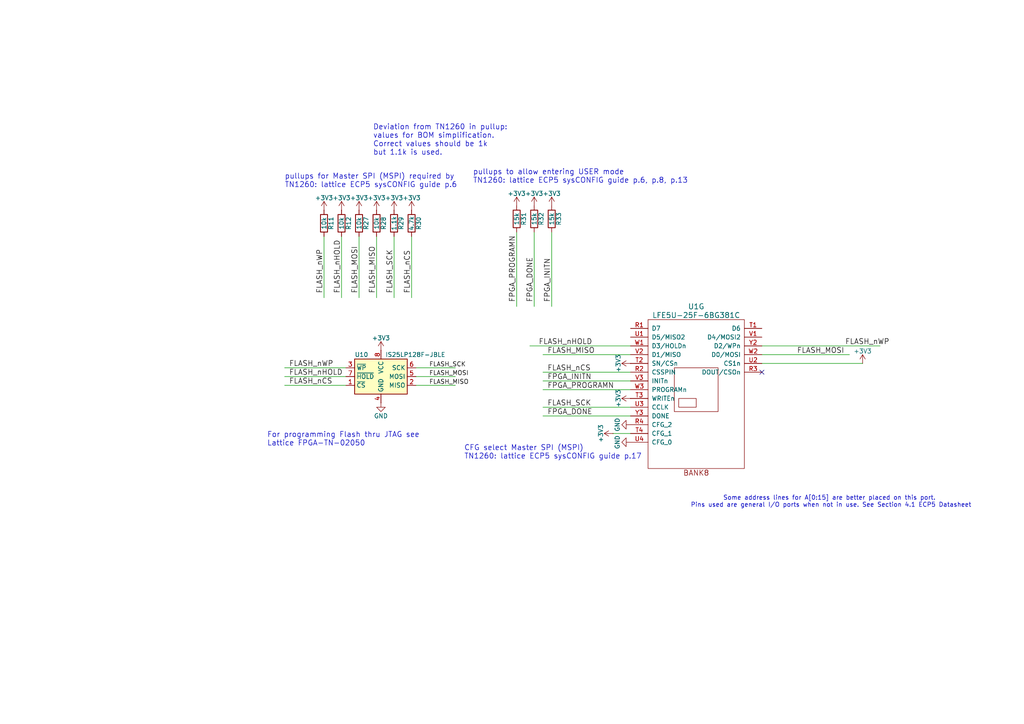
<source format=kicad_sch>
(kicad_sch (version 20250114) (generator "eeschema") (generator_version "9.0")
  (paper "A4")
  (title_block (title "FPGA Configuration - SPI Flash & Boot") (date "2025-11-30") (rev "1.0.0") (comment 2 "mode. PROGRAMN, DONE, and INITN signals for configuration control.") (comment 3 "pins. Pullups on all SPI lines per Lattice guidelines. CFG pins set for Master SPI boot") (comment 4 "IS25LP128F SPI flash for FPGA bitstream storage. Directly connected to ECP5 configuration"))
  (lib_symbols
    (symbol "Device:R" (pin_numbers (hide yes)) (pin_names (offset 0))
      (property "Reference" "R" (at 2.032 0 90))
      (property "Value" "R" (at 0 0 90))
      (symbol "R_0_1"
        (rectangle (start -1.016 -2.54) (end 1.016 2.54) (stroke (width 0.254)))
      )
      (symbol "R_1_1"
        (pin passive line (at 0 3.81 270) (length 1.27) (name "~") (number "1"))
        (pin passive line (at 0 -3.81 90) (length 1.27) (name "~") (number "2"))
      )
    )
    (symbol "Memory_EEPROM:25LCxxx"
      (property "Reference" "U" (at -7.62 6.35 0))
      (property "Value" "25LCxxx" (at 2.54 -6.35 0))
      (symbol "25LCxxx_1_1"
        (rectangle (start -7.62 5.08) (end 7.62 -5.08) (stroke (width 0.254)) (fill (type background)))
        (pin input line (at -10.16 2.54 0) (length 2.54) (name "~{WP}") (number "3"))
        (pin input line (at -10.16 0 0) (length 2.54) (name "~{HOLD}") (number "7"))
        (pin input line (at -10.16 -2.54 0) (length 2.54) (name "~{CS}") (number "1"))
        (pin power_in line (at 0 7.62 270) (length 2.54) (name "VCC") (number "8"))
        (pin power_in line (at 0 -7.62 90) (length 2.54) (name "GND") (number "4"))
        (pin input line (at 10.16 2.54 180) (length 2.54) (name "SCK") (number "6"))
        (pin input line (at 10.16 0 180) (length 2.54) (name "MOSI") (number "5"))
        (pin tri_state line (at 10.16 -2.54 180) (length 2.54) (name "MISO") (number "2"))
      )
    )
    (symbol "lfe5bg381:LFE5UM-85F-6BG381C" (pin_names (offset 1.016))
      (property "Reference" "U" (at 0 24.13 0))
      (property "Value" "LFE5UM-85F-6BG381C" (at 0 21.59 0))
      (symbol "LFE5UM-85F-6BG381C_1_1"
        (rectangle (start -13.97 20.32) (end 13.97 -17.78))
        (rectangle (start -6.35 6.35) (end 6.35 -6.35))
        (rectangle (start -5.08 5.08) (end 0 2.54))
        (text "BANK0" (at 0 -19.05 0) (effects (font (size 1.524 1.524))))
        (pin input line (at -19.05 17.78 0) (length 5.08) (name "PCLKT0_0") (number "B11"))
        (pin input line (at -19.05 15.24 0) (length 5.08) (name "PCLKT0_1") (number "A10"))
        (pin input line (at -19.05 12.7 0) (length 5.08) (name "GR_PCLK0_1") (number "A9"))
        (pin input line (at -19.05 10.16 0) (length 5.08) (name "PT58A") (number "B9"))
        (pin input line (at -19.05 7.62 0) (length 5.08) (name "PT20A") (number "D9"))
        (pin input line (at -19.05 5.08 0) (length 5.08) (name "PT18A") (number "A7"))
        (pin input line (at -19.05 2.54 0) (length 5.08) (name "PT15A") (number "C8"))
        (pin input line (at -19.05 0 0) (length 5.08) (name "PT13A") (number "E8"))
        (pin input line (at -19.05 -2.54 0) (length 5.08) (name "PT11A") (number "C6"))
        (pin input line (at -19.05 -5.08 0) (length 5.08) (name "PT9A") (number "E7"))
        (pin input line (at -19.05 -7.62 0) (length 5.08) (name "PT6A") (number "E6"))
        (pin input line (at -19.05 -10.16 0) (length 5.08) (name "PT4A") (number "A6"))
        (pin input line (at -19.05 -12.7 0) (length 5.08) (name "PT56A") (number "D10"))
        (pin input line (at -19.05 -15.24 0) (length 5.08) (name "PT54A") (number "C9"))
        (pin input line (at 19.05 17.78 180) (length 5.08) (name "PCLKC0_0") (number "C11"))
        (pin input line (at 19.05 15.24 180) (length 5.08) (name "PCLKC0_1") (number "A11"))
        (pin input line (at 19.05 12.7 180) (length 5.08) (name "GR_PCLK0_0") (number "B10"))
        (pin input line (at 19.05 10.16 180) (length 5.08) (name "PT58B") (number "C10"))
        (pin input line (at 19.05 7.62 180) (length 5.08) (name "PT20B") (number "E9"))
        (pin input line (at 19.05 5.08 180) (length 5.08) (name "PT18B") (number "A8"))
        (pin input line (at 19.05 2.54 180) (length 5.08) (name "PT15B") (number "B8"))
        (pin input line (at 19.05 0 180) (length 5.08) (name "PT13B") (number "D8"))
        (pin input line (at 19.05 -2.54 180) (length 5.08) (name "PT11B") (number "C7"))
        (pin input line (at 19.05 -5.08 180) (length 5.08) (name "PT9B") (number "D7"))
        (pin input line (at 19.05 -7.62 180) (length 5.08) (name "PT6B") (number "D6"))
        (pin input line (at 19.05 -10.16 180) (length 5.08) (name "PT4B") (number "B6"))
        (pin input line (at 19.05 -12.7 180) (length 5.08) (name "PT56B") (number "E10"))
      )
      (symbol "LFE5UM-85F-6BG381C_2_0"
        (text "BANK1" (at 0 -26.67 0) (effects (font (size 1.524 1.524))))
      )
      (symbol "LFE5UM-85F-6BG381C_2_1"
        (rectangle (start -13.97 20.32) (end 13.97 -25.4))
        (rectangle (start -6.35 6.35) (end 6.35 -6.35))
        (rectangle (start 0 5.08) (end 5.08 2.54))
        (pin input line (at -19.05 17.78 0) (length 5.08) (name "PT121A") (number "A19"))
        (pin input line (at -19.05 15.24 0) (length 5.08) (name "PT119A") (number "A18"))
        (pin input line (at -19.05 12.7 0) (length 5.08) (name "PT116A") (number "A17"))
        (pin input line (at -19.05 10.16 0) (length 5.08) (name "PT114A") (number "B17"))
        (pin input line (at -19.05 7.62 0) (length 5.08) (name "PT112A") (number "C16"))
        (pin input line (at -19.05 5.08 0) (length 5.08) (name "PT110A") (number "A16"))
        (pin input line (at -19.05 2.54 0) (length 5.08) (name "PT107A") (number "D15"))
        (pin input line (at -19.05 0 0) (length 5.08) (name "PT105A") (number "B15"))
        (pin input line (at -19.05 -2.54 0) (length 5.08) (name "PT85A") (number "D14"))
        (pin input line (at -19.05 -5.08 0) (length 5.08) (name "PT83A") (number "A14"))
        (pin input line (at -19.05 -7.62 0) (length 5.08) (name "PT80A") (number "D13"))
        (pin input line (at -19.05 -10.16 0) (length 5.08) (name "PT78A") (number "B13"))
        (pin input line (at -19.05 -12.7 0) (length 5.08) (name "PT76A") (number "A12"))
        (pin input line (at -19.05 -15.24 0) (length 5.08) (name "GR_PCLK1_0") (number "D12"))
        (pin input line (at -19.05 -17.78 0) (length 5.08) (name "PCLKT1_0") (number "B12"))
        (pin input line (at -19.05 -20.32 0) (length 5.08) (name "PCLKT1_1") (number "D11"))
        (pin input line (at -19.05 -22.86 0) (length 5.08) (name "PT103A") (number "A15"))
        (pin input line (at 19.05 17.78 180) (length 5.08) (name "PT121B") (number "B20"))
        (pin input line (at 19.05 15.24 180) (length 5.08) (name "PT119B") (number "B19"))
        (pin input line (at 19.05 12.7 180) (length 5.08) (name "PT116B") (number "B18"))
        (pin input line (at 19.05 10.16 180) (length 5.08) (name "PT114B") (number "C17"))
        (pin input line (at 19.05 7.62 180) (length 5.08) (name "PT112B") (number "D16"))
        (pin input line (at 19.05 5.08 180) (length 5.08) (name "PT110B") (number "B16"))
        (pin input line (at 19.05 2.54 180) (length 5.08) (name "PT107B") (number "E15"))
        (pin input line (at 19.05 0 180) (length 5.08) (name "PT105B") (number "C15"))
        (pin input line (at 19.05 -2.54 180) (length 5.08) (name "PT85B") (number "E14"))
        (pin input line (at 19.05 -5.08 180) (length 5.08) (name "PT83B") (number "C14"))
        (pin input line (at 19.05 -7.62 180) (length 5.08) (name "PT80B") (number "E13"))
        (pin input line (at 19.05 -10.16 180) (length 5.08) (name "PT78B") (number "C13"))
        (pin input line (at 19.05 -12.7 180) (length 5.08) (name "PT76B") (number "A13"))
        (pin input line (at 19.05 -15.24 180) (length 5.08) (name "GR_PCLK1_1") (number "E12"))
        (pin input line (at 19.05 -17.78 180) (length 5.08) (name "PCLKC1_0") (number "C12"))
        (pin input line (at 19.05 -20.32 180) (length 5.08) (name "PCLKC1_1") (number "E11"))
      )
      (symbol "LFE5UM-85F-6BG381C_3_0"
        (text "BANK2" (at 0 -26.67 0) (effects (font (size 1.524 1.524))))
      )
      (symbol "LFE5UM-85F-6BG381C_3_1"
        (rectangle (start -13.97 20.32) (end 13.97 -25.4))
        (rectangle (start -6.35 6.35) (end 6.35 -6.35))
        (rectangle (start 5.08 5.08) (end 2.54 0))
        (pin input line (at -19.05 17.78 0) (length 5.08) (name "PCLKT2_0") (number "J20"))
        (pin input line (at -19.05 15.24 0) (length 5.08) (name "PCLKT2_1") (number "J19"))
        (pin input line (at -19.05 12.7 0) (length 5.08) (name "GR_PCLK2_0") (number "J18"))
        (pin input line (at -19.05 10.16 0) (length 5.08) (name "GR_PCLK2_1") (number "G19"))
        (pin input line (at -19.05 7.62 0) (length 5.08) (name "PR38C") (number "F20"))
        (pin input line (at -19.05 5.08 0) (length 5.08) (name "PR38A") (number "E20"))
        (pin input line (at -19.05 2.54 0) (length 5.08) (name "VREF1_2") (number "D20"))
        (pin input line (at -19.05 0 0) (length 5.08) (name "PR35A") (number "C20"))
        (pin input line (at -19.05 -2.54 0) (length 5.08) (name "PR20C") (number "J17"))
        (pin input line (at -19.05 -5.08 0) (length 5.08) (name "PR20A") (number "H18"))
        (pin input line (at -19.05 -7.62 0) (length 5.08) (name "PR17C") (number "G16"))
        (pin input line (at -19.05 -10.16 0) (length 5.08) (name "PR17A") (number "F17"))
        (pin input line (at -19.05 -12.7 0) (length 5.08) (name "PR14C") (number "E18"))
        (pin input line (at -19.05 -15.24 0) (length 5.08) (name "PR14A") (number "D18"))
        (pin input line (at -19.05 -17.78 0) (length 5.08) (name "PR11C") (number "E16"))
        (pin input line (at -19.05 -20.32 0) (length 5.08) (name "PR11A") (number "C18"))
        (pin input line (at -19.05 -22.86 0) (length 5.08) (name "PR29A") (number "K16"))
        (pin input line (at 19.05 17.78 180) (length 5.08) (name "PCLKC2_0") (number "K20"))
        (pin input line (at 19.05 15.24 180) (length 5.08) (name "PCLKC2_1") (number "K19"))
        (pin input line (at 19.05 12.7 180) (length 5.08) (name "PR41D") (number "K18"))
        (pin input line (at 19.05 10.16 180) (length 5.08) (name "PR41B") (number "H20"))
        (pin input line (at 19.05 7.62 180) (length 5.08) (name "PR38D") (number "G20"))
        (pin input line (at 19.05 5.08 180) (length 5.08) (name "PR38B") (number "F19"))
        (pin input line (at 19.05 2.54 180) (length 5.08) (name "PR35D") (number "E19"))
        (pin input line (at 19.05 0 180) (length 5.08) (name "PR35B") (number "D19"))
        (pin input line (at 19.05 -2.54 180) (length 5.08) (name "PR20D") (number "J16"))
        (pin input line (at 19.05 -5.08 180) (length 5.08) (name "PR20B") (number "H17"))
        (pin input line (at 19.05 -7.62 180) (length 5.08) (name "PR17D") (number "H16"))
        (pin input line (at 19.05 -10.16 180) (length 5.08) (name "PR17B") (number "G18"))
        (pin input line (at 19.05 -12.7 180) (length 5.08) (name "PR14D") (number "F18"))
        (pin input line (at 19.05 -15.24 180) (length 5.08) (name "PR14B") (number "E17"))
        (pin input line (at 19.05 -17.78 180) (length 5.08) (name "PR11D") (number "F16"))
        (pin input line (at 19.05 -20.32 180) (length 5.08) (name "PR11B") (number "D17"))
        (pin input line (at 19.05 -22.86 180) (length 5.08) (name "PR29B") (number "K17"))
      )
      (symbol "LFE5UM-85F-6BG381C_4_0"
        (text "BANK3" (at 0 -26.67 0) (effects (font (size 1.524 1.524))))
      )
      (symbol "LFE5UM-85F-6BG381C_4_1"
        (rectangle (start -13.97 20.32) (end 13.97 -25.4))
        (rectangle (start -6.35 6.35) (end 6.35 -6.35))
        (rectangle (start 2.54 0) (end 5.08 -5.08))
        (pin input line (at -19.05 17.78 0) (length 5.08) (name "GPLL0T_IN") (number "U16"))
        (pin input line (at -19.05 15.24 0) (length 5.08) (name "PR92A") (number "U18"))
        (pin input line (at -19.05 12.7 0) (length 5.08) (name "PR89C") (number "U19"))
        (pin input line (at -19.05 10.16 0) (length 5.08) (name "PR89A") (number "T19"))
        (pin input line (at -19.05 7.62 0) (length 5.08) (name "PR86C") (number "T20"))
        (pin input line (at -19.05 5.08 0) (length 5.08) (name "PR86A") (number "P20"))
        (pin input line (at -19.05 2.54 0) (length 5.08) (name "PR83C") (number "P19"))
        (pin input line (at -19.05 0 0) (length 5.08) (name "PR83A") (number "N19"))
        (pin input line (at -19.05 -2.54 0) (length 5.08) (name "PR56C") (number "R16"))
        (pin input line (at -19.05 -5.08 0) (length 5.08) (name "PR56A") (number "N17"))
        (pin input line (at -19.05 -7.62 0) (length 5.08) (name "PR53C") (number "N18"))
        (pin input line (at -19.05 -10.16 0) (length 5.08) (name "PR53A") (number "N16"))
        (pin input line (at -19.05 -12.7 0) (length 5.08) (name "GR_PCLK3_1") (number "L18"))
        (pin input line (at -19.05 -15.24 0) (length 5.08) (name "GR_PCLK3_0") (number "L16"))
        (pin input line (at -19.05 -17.78 0) (length 5.08) (name "PCLKT3_0") (number "L19"))
        (pin input line (at -19.05 -20.32 0) (length 5.08) (name "PCLKT3_1") (number "L20"))
        (pin input line (at -19.05 -22.86 0) (length 5.08) (name "PR77A") (number "T16"))
        (pin input line (at 19.05 17.78 180) (length 5.08) (name "GPLL0C_IN") (number "T17"))
        (pin input line (at 19.05 15.24 180) (length 5.08) (name "PR92B") (number "U17"))
        (pin input line (at 19.05 12.7 180) (length 5.08) (name "PR89D") (number "T18"))
        (pin input line (at 19.05 10.16 180) (length 5.08) (name "PR89B") (number "R18"))
        (pin input line (at 19.05 7.62 180) (length 5.08) (name "PR86D") (number "U20"))
        (pin input line (at 19.05 5.08 180) (length 5.08) (name "PR86B") (number "R20"))
        (pin input line (at 19.05 2.54 180) (length 5.08) (name "PR83D") (number "P18"))
        (pin input line (at 19.05 0 180) (length 5.08) (name "PR83B") (number "N20"))
        (pin input line (at 19.05 -2.54 180) (length 5.08) (name "PR56D") (number "R17"))
        (pin input line (at 19.05 -5.08 180) (length 5.08) (name "VREF1_3") (number "P16"))
        (pin input line (at 19.05 -7.62 180) (length 5.08) (name "PR53D") (number "P17"))
        (pin input line (at 19.05 -10.16 180) (length 5.08) (name "PR53B") (number "M17"))
        (pin input line (at 19.05 -12.7 180) (length 5.08) (name "PR50D") (number "M18"))
        (pin input line (at 19.05 -15.24 180) (length 5.08) (name "PR50B") (number "L17"))
        (pin input line (at 19.05 -17.78 180) (length 5.08) (name "PCLKC3_0") (number "M19"))
        (pin input line (at 19.05 -20.32 180) (length 5.08) (name "PCLKC3_1") (number "M20"))
      )
      (symbol "LFE5UM-85F-6BG381C_5_0"
        (text "BANK6" (at 0 -26.67 0) (effects (font (size 1.524 1.524))))
      )
      (symbol "LFE5UM-85F-6BG381C_5_1"
        (rectangle (start -13.97 20.32) (end 13.97 -25.4))
        (rectangle (start -6.35 6.35) (end 6.35 -6.35))
        (rectangle (start -5.08 0) (end -2.54 -5.08))
        (pin input line (at -19.05 17.78 0) (length 5.08) (name "PCLKT6_0") (number "H2"))
        (pin input line (at -19.05 15.24 0) (length 5.08) (name "PCLKT6_1") (number "G2"))
        (pin input line (at -19.05 12.7 0) (length 5.08) (name "GR_PCLK6_1") (number "J3"))
        (pin input line (at -19.05 10.16 0) (length 5.08) (name "GR_PCLK6_0") (number "J4"))
        (pin input line (at -19.05 7.62 0) (length 5.08) (name "PL53C") (number "H1"))
        (pin input line (at -19.05 5.08 0) (length 5.08) (name "PL53A") (number "K2"))
        (pin input line (at -19.05 2.54 0) (length 5.08) (name "PL56C") (number "L4"))
        (pin input line (at -19.05 0 0) (length 5.08) (name "PL56A") (number "K4"))
        (pin input line (at -19.05 -2.54 0) (length 5.08) (name "PL83C") (number "N4"))
        (pin input line (at -19.05 -5.08 0) (length 5.08) (name "PL83A") (number "M4"))
        (pin input line (at -19.05 -7.62 0) (length 5.08) (name "PL86C") (number "L3"))
        (pin input line (at -19.05 -10.16 0) (length 5.08) (name "PL86A") (number "N3"))
        (pin input line (at -19.05 -12.7 0) (length 5.08) (name "PL65C") (number "L1"))
        (pin input line (at -19.05 -15.24 0) (length 5.08) (name "PL65A") (number "N2"))
        (pin input line (at -19.05 -17.78 0) (length 5.08) (name "GPLL0T_IN") (number "P3"))
        (pin input line (at -19.05 -20.32 0) (length 5.08) (name "PL92A") (number "P1"))
        (pin input line (at -19.05 -22.86 0) (length 5.08) (name "PL77A") (number "M5"))
        (pin input line (at 19.05 17.78 180) (length 5.08) (name "PCLKC6_0") (number "G1"))
        (pin input line (at 19.05 15.24 180) (length 5.08) (name "PCLKC6_1") (number "F1"))
        (pin input line (at 19.05 12.7 180) (length 5.08) (name "PL50D") (number "K3"))
        (pin input line (at 19.05 10.16 180) (length 5.08) (name "PL50B") (number "J5"))
        (pin input line (at 19.05 7.62 180) (length 5.08) (name "PL53D") (number "K1"))
        (pin input line (at 19.05 5.08 180) (length 5.08) (name "PL53B") (number "J1"))
        (pin input line (at 19.05 2.54 180) (length 5.08) (name "PL56D") (number "L5"))
        (pin input line (at 19.05 0 180) (length 5.08) (name "VREF1_6") (number "K5"))
        (pin input line (at 19.05 -2.54 180) (length 5.08) (name "PL83D") (number "P5"))
        (pin input line (at 19.05 -5.08 180) (length 5.08) (name "PL83B") (number "N5"))
        (pin input line (at 19.05 -7.62 180) (length 5.08) (name "PL86D") (number "L2"))
        (pin input line (at 19.05 -10.16 180) (length 5.08) (name "PL86B") (number "M3"))
        (pin input line (at 19.05 -12.7 180) (length 5.08) (name "PL89D") (number "N1"))
        (pin input line (at 19.05 -15.24 180) (length 5.08) (name "PL89B") (number "M1"))
        (pin input line (at 19.05 -17.78 180) (length 5.08) (name "GPLL0C_IN") (number "P4"))
        (pin input line (at 19.05 -20.32 180) (length 5.08) (name "PL92B") (number "P2"))
      )
      (symbol "LFE5UM-85F-6BG381C_6_0"
        (text "BANK7" (at 0 -24.13 0) (effects (font (size 1.524 1.524))))
      )
      (symbol "LFE5UM-85F-6BG381C_6_1"
        (rectangle (start -13.97 20.32) (end 13.97 -22.86))
        (rectangle (start -6.35 6.35) (end 6.35 -6.35))
        (rectangle (start -5.08 5.08) (end -2.54 0))
        (pin input line (at -19.05 17.78 0) (length 5.08) (name "PL11C") (number "B5"))
        (pin input line (at -19.05 15.24 0) (length 5.08) (name "PL11A") (number "A4"))
        (pin input line (at -19.05 12.7 0) (length 5.08) (name "PL14C") (number "A3"))
        (pin input line (at -19.05 10.16 0) (length 5.08) (name "PL14A") (number "C4"))
        (pin input line (at -19.05 7.62 0) (length 5.08) (name "PL17C") (number "C3"))
        (pin input line (at -19.05 5.08 0) (length 5.08) (name "PL17A") (number "E4"))
        (pin input line (at -19.05 2.54 0) (length 5.08) (name "PL20C") (number "E5"))
        (pin input line (at -19.05 0 0) (length 5.08) (name "PL20A") (number "F4"))
        (pin input line (at -19.05 -2.54 0) (length 5.08) (name "VREF1_7") (number "B2"))
        (pin input line (at -19.05 -5.08 0) (length 5.08) (name "PL35A") (number "A2"))
        (pin input line (at -19.05 -7.62 0) (length 5.08) (name "PL38C") (number "D2"))
        (pin input line (at -19.05 -10.16 0) (length 5.08) (name "PL38A") (number "C1"))
        (pin input line (at -19.05 -12.7 0) (length 5.08) (name "GR_PCLK7_0") (number "H5"))
        (pin input line (at -19.05 -15.24 0) (length 5.08) (name "GR_PCLK7_1") (number "H4"))
        (pin input line (at -19.05 -17.78 0) (length 5.08) (name "PCLKT7_0") (number "F2"))
        (pin input line (at -19.05 -20.32 0) (length 5.08) (name "PCLKT7_1") (number "G3"))
        (pin input line (at 19.05 17.78 180) (length 5.08) (name "PL11D") (number "C5"))
        (pin input line (at 19.05 15.24 180) (length 5.08) (name "PL11B") (number "A5"))
        (pin input line (at 19.05 12.7 180) (length 5.08) (name "PL14D") (number "B3"))
        (pin input line (at 19.05 10.16 180) (length 5.08) (name "PL14B") (number "B4"))
        (pin input line (at 19.05 7.62 180) (length 5.08) (name "PL17D") (number "D3"))
        (pin input line (at 19.05 5.08 180) (length 5.08) (name "PL17B") (number "D5"))
        (pin input line (at 19.05 2.54 180) (length 5.08) (name "PL20D") (number "F5"))
        (pin input line (at 19.05 0 180) (length 5.08) (name "PL20B") (number "E3"))
        (pin input line (at 19.05 -2.54 180) (length 5.08) (name "PL35D") (number "C2"))
        (pin input line (at 19.05 -5.08 180) (length 5.08) (name "PL35B") (number "B1"))
        (pin input line (at 19.05 -7.62 180) (length 5.08) (name "PL38D") (number "E1"))
        (pin input line (at 19.05 -10.16 180) (length 5.08) (name "PL38B") (number "D1"))
        (pin input line (at 19.05 -12.7 180) (length 5.08) (name "PL41D") (number "H3"))
        (pin input line (at 19.05 -15.24 180) (length 5.08) (name "PL41B") (number "G5"))
        (pin input line (at 19.05 -17.78 180) (length 5.08) (name "PCLKC7_0") (number "E2"))
        (pin input line (at 19.05 -20.32 180) (length 5.08) (name "PCLKC7_1") (number "F3"))
      )
      (symbol "LFE5UM-85F-6BG381C_7_0"
        (text "BANK8" (at 0 -24.13 0) (effects (font (size 1.524 1.524))))
      )
      (symbol "LFE5UM-85F-6BG381C_7_1"
        (rectangle (start -13.97 20.32) (end 13.97 -22.86))
        (rectangle (start -6.35 6.35) (end 6.35 -6.35))
        (rectangle (start -5.08 -5.08) (end 0 -2.54))
        (pin input line (at -19.05 17.78 0) (length 5.08) (name "D7") (number "R1"))
        (pin input line (at -19.05 15.24 0) (length 5.08) (name "D5/MISO2") (number "U1"))
        (pin input line (at -19.05 12.7 0) (length 5.08) (name "D3/HOLDn") (number "W1"))
        (pin input line (at -19.05 10.16 0) (length 5.08) (name "D1/MISO") (number "V2"))
        (pin input line (at -19.05 7.62 0) (length 5.08) (name "SN/CSn") (number "T2"))
        (pin input line (at -19.05 5.08 0) (length 5.08) (name "CSSPIN") (number "R2"))
        (pin input line (at -19.05 2.54 0) (length 5.08) (name "INITn") (number "V3"))
        (pin input line (at -19.05 0 0) (length 5.08) (name "PROGRAMn") (number "W3"))
        (pin input line (at -19.05 -2.54 0) (length 5.08) (name "WRITEn") (number "T3"))
        (pin input line (at -19.05 -5.08 0) (length 5.08) (name "CCLK") (number "U3"))
        (pin input line (at -19.05 -7.62 0) (length 5.08) (name "DONE") (number "Y3"))
        (pin input line (at -19.05 -10.16 0) (length 5.08) (name "CFG_2") (number "R4"))
        (pin input line (at -19.05 -12.7 0) (length 5.08) (name "CFG_1") (number "T4"))
        (pin input line (at -19.05 -15.24 0) (length 5.08) (name "CFG_0") (number "U4"))
        (pin input line (at 19.05 17.78 180) (length 5.08) (name "D6") (number "T1"))
        (pin input line (at 19.05 15.24 180) (length 5.08) (name "D4/MOSI2") (number "V1"))
        (pin input line (at 19.05 12.7 180) (length 5.08) (name "D2/WPn") (number "Y2"))
        (pin input line (at 19.05 10.16 180) (length 5.08) (name "D0/MOSI") (number "W2"))
        (pin input line (at 19.05 7.62 180) (length 5.08) (name "CS1n") (number "U2"))
        (pin input line (at 19.05 5.08 180) (length 5.08) (name "DOUT/CSOn") (number "R3"))
      )
      (symbol "LFE5UM-85F-6BG381C_8_0"
        (text "BANK50,51" (at 0 -27.94 0) (effects (font (size 1.524 1.524))))
        (text "SERDES" (at 0 -30.48 0) (effects (font (size 1.524 1.524))))
      )
      (symbol "LFE5UM-85F-6BG381C_8_1"
        (rectangle (start -16.51 25.4) (end 16.51 -26.67))
        (rectangle (start -6.35 6.35) (end 6.35 -6.35))
        (rectangle (start 3.81 -5.08) (end -3.81 -3.81))
        (pin input line (at -21.59 22.86 0) (length 5.08) (name "REFCLKP_D0") (number "Y11"))
        (pin input line (at -21.59 20.32 0) (length 5.08) (name "HDTXP0_D0CH0") (number "W4"))
        (pin input line (at -21.59 17.78 0) (length 5.08) (name "HDRXP0_D0CH0") (number "Y5"))
        (pin input line (at -21.59 15.24 0) (length 5.08) (name "HDTXP0_D0CH1") (number "W8"))
        (pin input line (at -21.59 12.7 0) (length 5.08) (name "HDRXP0_D0CH1") (number "Y7"))
        (pin input line (at -21.59 8.89 0) (length 5.08) (name "VCCHTX0_D0CH0") (number "T7"))
        (pin input line (at -21.59 6.35 0) (length 5.08) (name "VCCHRX0_D0CH0") (number "T8"))
        (pin input line (at -21.59 3.81 0) (length 5.08) (name "VCCA0") (number "T6"))
        (pin input line (at -21.59 1.27 0) (length 5.08) (name "VCCA0") (number "U6"))
        (pin input line (at -21.59 -2.54 0) (length 5.08) (name "VCCA1") (number "T15"))
        (pin input line (at -21.59 -5.08 0) (length 5.08) (name "VCCA1") (number "U15"))
        (pin input line (at -21.59 -7.62 0) (length 5.08) (name "VCCHTX0_D1CH0") (number "T11"))
        (pin input line (at -21.59 -10.16 0) (length 5.08) (name "VCCHRX0_D1CH0") (number "T12"))
        (pin input line (at -21.59 -13.97 0) (length 5.08) (name "REFCLKP_D1") (number "Y19"))
        (pin input line (at -21.59 -16.51 0) (length 5.08) (name "HDTXP0_D1CH0") (number "W13"))
        (pin input line (at -21.59 -19.05 0) (length 5.08) (name "HDRXP0_D1CH0") (number "Y14"))
        (pin input line (at -21.59 -21.59 0) (length 5.08) (name "HDTXP0_D1CH1") (number "W17"))
        (pin input line (at -21.59 -24.13 0) (length 5.08) (name "HDRXP0_D1CH1") (number "Y16"))
        (pin input line (at 21.59 22.86 180) (length 5.08) (name "REFCLKN_D0") (number "Y12"))
        (pin input line (at 21.59 20.32 180) (length 5.08) (name "HDTXN0_D0CH0") (number "W5"))
        (pin input line (at 21.59 17.78 180) (length 5.08) (name "HDRXN0_D0CH0") (number "Y6"))
        (pin input line (at 21.59 15.24 180) (length 5.08) (name "HDTXN0_D0CH1") (number "W9"))
        (pin input line (at 21.59 12.7 180) (length 5.08) (name "HDRXN0_D0CH1") (number "Y8"))
        (pin input line (at 21.59 8.89 180) (length 5.08) (name "VCCHTX0_D0CH1") (number "T10"))
        (pin input line (at 21.59 6.35 180) (length 5.08) (name "VCCHRX0_D0CH1") (number "T9"))
        (pin input line (at 21.59 3.81 180) (length 5.08) (name "VCCAUXA0") (number "V10"))
        (pin input line (at 21.59 1.27 180) (length 5.08) (name "VCCAUXA0") (number "V11"))
        (pin input line (at 21.59 -2.54 180) (length 5.08) (name "VCCAUXA1") (number "V17"))
        (pin input line (at 21.59 -5.08 180) (length 5.08) (name "VCCAUXA1") (number "V18"))
        (pin input line (at 21.59 -7.62 180) (length 5.08) (name "VCCHTX0_D1CH1") (number "T14"))
        (pin input line (at 21.59 -10.16 180) (length 5.08) (name "VCCHRX0_D1CH1") (number "T13"))
        (pin input line (at 21.59 -13.97 180) (length 5.08) (name "REFCLKN_D1") (number "W20"))
        (pin input line (at 21.59 -16.51 180) (length 5.08) (name "HDTXN0_D1CH0") (number "W14"))
        (pin input line (at 21.59 -19.05 180) (length 5.08) (name "HDRXN0_D1CH0") (number "Y15"))
        (pin input line (at 21.59 -21.59 180) (length 5.08) (name "HDTXN0_D1CH1") (number "W18"))
        (pin input line (at 21.59 -24.13 180) (length 5.08) (name "HDRXN0_D1CH1") (number "Y17"))
      )
      (symbol "LFE5UM-85F-6BG381C_9_1"
        (rectangle (start -109.22 11.43) (end 118.11 -12.7))
        (rectangle (start -6.35 6.35) (end 6.35 -6.35))
        (rectangle (start -2.54 2.54) (end 2.54 -2.54))
        (text "POWER" (at 0 3.81 0) (effects (font (size 1.524 1.524))))
        (pin input line (at -106.68 16.51 270) (length 5.08) (name "VCC") (number "H13"))
        (pin input line (at -104.14 16.51 270) (length 5.08) (name "VCC") (number "J13"))
        (pin input line (at -101.6 16.51 270) (length 5.08) (name "VCC") (number "K13"))
        (pin input line (at -99.06 16.51 270) (length 5.08) (name "VCC") (number "L13"))
        (pin input line (at -97.79 -17.78 90) (length 5.08) (name "GND") (number "C19"))
        (pin input line (at -96.52 16.51 270) (length 5.08) (name "VCC") (number "M13"))
        (pin input line (at -95.25 -17.78 90) (length 5.08) (name "GND") (number "H19"))
        (pin input line (at -93.98 16.51 270) (length 5.08) (name "VCC") (number "N13"))
        (pin input line (at -92.71 -17.78 90) (length 5.08) (name "GND") (number "R19"))
        (pin input line (at -91.44 16.51 270) (length 5.08) (name "VCC") (number "H12"))
        (pin input line (at -90.17 -17.78 90) (length 5.08) (name "GND") (number "G17"))
        (pin input line (at -88.9 16.51 270) (length 5.08) (name "VCC") (number "N12"))
        (pin input line (at -87.63 -17.78 90) (length 5.08) (name "GND") (number "M16"))
        (pin input line (at -86.36 16.51 270) (length 5.08) (name "VCC") (number "H11"))
        (pin input line (at -85.09 -17.78 90) (length 5.08) (name "GND") (number "G15"))
        (pin input line (at -83.82 16.51 270) (length 5.08) (name "VCC") (number "N11"))
        (pin input line (at -82.55 -17.78 90) (length 5.08) (name "GND") (number "K15"))
        (pin input line (at -81.28 16.51 270) (length 5.08) (name "VCC") (number "H10"))
        (pin input line (at -80.01 -17.78 90) (length 5.08) (name "GND") (number "N15"))
        (pin input line (at -78.74 16.51 270) (length 5.08) (name "VCC") (number "N10"))
        (pin input line (at -77.47 -17.78 90) (length 5.08) (name "GND") (number "B14"))
        (pin input line (at -76.2 16.51 270) (length 5.08) (name "VCC") (number "H9"))
        (pin input line (at -74.93 -17.78 90) (length 5.08) (name "GND") (number "F14"))
        (pin input line (at -73.66 16.51 270) (length 5.08) (name "VCC") (number "N9"))
        (pin input line (at -72.39 -17.78 90) (length 5.08) (name "GND") (number "G14"))
        (pin input line (at -71.12 16.51 270) (length 5.08) (name "VCC") (number "H8"))
        (pin input line (at -69.85 -17.78 90) (length 5.08) (name "GND") (number "J14"))
        (pin input line (at -68.58 16.51 270) (length 5.08) (name "VCC") (number "J8"))
        (pin input line (at -67.31 -17.78 90) (length 5.08) (name "GND") (number "K14"))
        (pin input line (at -66.04 16.51 270) (length 5.08) (name "VCC") (number "K8"))
        (pin input line (at -64.77 -17.78 90) (length 5.08) (name "GND") (number "M14"))
        (pin input line (at -63.5 16.51 270) (length 5.08) (name "VCC") (number "L8"))
        (pin input line (at -62.23 -17.78 90) (length 5.08) (name "GND") (number "N14"))
        (pin input line (at -60.96 16.51 270) (length 5.08) (name "VCC") (number "M8"))
        (pin input line (at -59.69 -17.78 90) (length 5.08) (name "GND") (number "P14"))
        (pin input line (at -58.42 16.51 270) (length 5.08) (name "VCC") (number "N8"))
        (pin input line (at -57.15 -17.78 90) (length 5.08) (name "GND") (number "F13"))
        (pin input line (at -54.61 -17.78 90) (length 5.08) (name "GND") (number "G13"))
        (pin input line (at -53.34 16.51 270) (length 5.08) (name "VCCAUX") (number "F15"))
        (pin input line (at -52.07 -17.78 90) (length 5.08) (name "GND") (number "P13"))
        (pin input line (at -50.8 16.51 270) (length 5.08) (name "VCCAUX") (number "P15"))
        (pin input line (at -49.53 -17.78 90) (length 5.08) (name "GND") (number "G12"))
        (pin input line (at -48.26 16.51 270) (length 5.08) (name "VCCAUX") (number "F6"))
        (pin input line (at -46.99 -17.78 90) (length 5.08) (name "GND") (number "J12"))
        (pin input line (at -45.72 16.51 270) (length 5.08) (name "VCCAUX") (number "P6"))
        (pin input line (at -44.45 -17.78 90) (length 5.08) (name "GND") (number "K12"))
        (pin input line (at -41.91 -17.78 90) (length 5.08) (name "GND") (number "L12"))
        (pin input line (at -40.64 16.51 270) (length 5.08) (name "VCCio0") (number "F10"))
        (pin input line (at -39.37 -17.78 90) (length 5.08) (name "GND") (number "M12"))
        (pin input line (at -38.1 16.51 270) (length 5.08) (name "VCCio0") (number "F9"))
        (pin input line (at -36.83 -17.78 90) (length 5.08) (name "GND") (number "P12"))
        (pin input line (at -34.29 -17.78 90) (length 5.08) (name "GND") (number "G11"))
        (pin input line (at -33.02 16.51 270) (length 5.08) (name "VCCio1") (number "F12"))
        (pin input line (at -31.75 -17.78 90) (length 5.08) (name "GND") (number "J11"))
        (pin input line (at -30.48 16.51 270) (length 5.08) (name "VCCio1") (number "F11"))
        (pin input line (at -29.21 -17.78 90) (length 5.08) (name "GND") (number "K11"))
        (pin input line (at -26.67 -17.78 90) (length 5.08) (name "GND") (number "L11"))
        (pin input line (at -25.4 16.51 270) (length 5.08) (name "VCCio2") (number "H15"))
        (pin input line (at -24.13 -17.78 90) (length 5.08) (name "GND") (number "M11"))
        (pin input line (at -22.86 16.51 270) (length 5.08) (name "VCCio2") (number "J15"))
        (pin input line (at -21.59 -17.78 90) (length 5.08) (name "GND") (number "P11"))
        (pin input line (at -20.32 16.51 270) (length 5.08) (name "VCCio2") (number "H14"))
        (pin input line (at -19.05 -17.78 90) (length 5.08) (name "GND") (number "G10"))
        (pin input line (at -16.51 -17.78 90) (length 5.08) (name "GND") (number "J10"))
        (pin input line (at -15.24 16.51 270) (length 5.08) (name "VCCio3") (number "L15"))
        (pin input line (at -13.97 -17.78 90) (length 5.08) (name "GND") (number "K10"))
        (pin input line (at -12.7 16.51 270) (length 5.08) (name "VCCio3") (number "M15"))
        (pin input line (at -11.43 -17.78 90) (length 5.08) (name "GND") (number "L10"))
        (pin input line (at -10.16 16.51 270) (length 5.08) (name "VCCio3") (number "L14"))
        (pin input line (at -8.89 -17.78 90) (length 5.08) (name "GND") (number "M10"))
        (pin input line (at -6.35 -17.78 90) (length 5.08) (name "GND") (number "G9"))
        (pin input line (at -3.81 -17.78 90) (length 5.08) (name "GND") (number "J9"))
        (pin input line (at -1.27 -17.78 90) (length 5.08) (name "GND") (number "K9"))
        (pin input line (at 1.27 -17.78 90) (length 5.08) (name "GND") (number "L9"))
        (pin input line (at 3.81 -17.78 90) (length 5.08) (name "GND") (number "M9"))
        (pin input line (at 6.35 -17.78 90) (length 5.08) (name "GND") (number "F8"))
        (pin input line (at 8.89 -17.78 90) (length 5.08) (name "GND") (number "G8"))
        (pin input line (at 11.43 -17.78 90) (length 5.08) (name "GND") (number "P8"))
        (pin input line (at 13.97 -17.78 90) (length 5.08) (name "GND") (number "B7"))
        (pin input line (at 16.51 16.51 270) (length 5.08) (name "VCCio6") (number "L7"))
        (pin input line (at 16.51 -17.78 90) (length 5.08) (name "GND") (number "F7"))
        (pin input line (at 19.05 16.51 270) (length 5.08) (name "VCCio6") (number "L6"))
        (pin input line (at 19.05 -17.78 90) (length 5.08) (name "GND") (number "G7"))
        (pin input line (at 21.59 16.51 270) (length 5.08) (name "VCCio6") (number "M6"))
        (pin input line (at 21.59 -17.78 90) (length 5.08) (name "GND") (number "J7"))
        (pin input line (at 24.13 -17.78 90) (length 5.08) (name "GND") (number "K7"))
        (pin input line (at 26.67 16.51 270) (length 5.08) (name "VCCio7") (number "H7"))
        (pin input line (at 26.67 -17.78 90) (length 5.08) (name "GND") (number "M7"))
        (pin input line (at 29.21 16.51 270) (length 5.08) (name "VCCio7") (number "H6"))
        (pin input line (at 29.21 -17.78 90) (length 5.08) (name "GND") (number "N7"))
        (pin input line (at 31.75 16.51 270) (length 5.08) (name "VCCio7") (number "J6"))
        (pin input line (at 31.75 -17.78 90) (length 5.08) (name "GND") (number "P7"))
        (pin input line (at 34.29 -17.78 90) (length 5.08) (name "GND") (number "G6"))
        (pin input line (at 36.83 16.51 270) (length 5.08) (name "VCCio8") (number "P10"))
        (pin input line (at 36.83 -17.78 90) (length 5.08) (name "GND") (number "K6"))
        (pin input line (at 39.37 16.51 270) (length 5.08) (name "VCCio8") (number "P9"))
        (pin input line (at 39.37 -17.78 90) (length 5.08) (name "GND") (number "N6"))
        (pin input line (at 41.91 -17.78 90) (length 5.08) (name "GND") (number "D4"))
        (pin input line (at 44.45 -17.78 90) (length 5.08) (name "GND") (number "G4"))
        (pin input line (at 46.99 -17.78 90) (length 5.08) (name "GND") (number "J2"))
        (pin input line (at 49.53 -17.78 90) (length 5.08) (name "GND") (number "M2"))
        (pin input line (at 52.07 -17.78 90) (length 5.08) (name "GND") (number "V7"))
        (pin input line (at 54.61 -17.78 90) (length 5.08) (name "GND") (number "V8"))
        (pin input line (at 57.15 -17.78 90) (length 5.08) (name "GND") (number "V9"))
        (pin input line (at 59.69 -17.78 90) (length 5.08) (name "GND") (number "U7"))
        (pin input line (at 62.23 -17.78 90) (length 5.08) (name "GND") (number "U8"))
        (pin input line (at 64.77 -17.78 90) (length 5.08) (name "GND") (number "U9"))
        (pin input line (at 67.31 -17.78 90) (length 5.08) (name "GND") (number "U10"))
        (pin input line (at 69.85 -17.78 90) (length 5.08) (name "GND") (number "V20"))
        (pin input line (at 72.39 -17.78 90) (length 5.08) (name "GND") (number "V5"))
        (pin input line (at 74.93 -17.78 90) (length 5.08) (name "GND") (number "W6"))
        (pin input line (at 77.47 -17.78 90) (length 5.08) (name "GND") (number "V6"))
        (pin input line (at 80.01 -17.78 90) (length 5.08) (name "GND") (number "W7"))
        (pin input line (at 82.55 -17.78 90) (length 5.08) (name "GND") (number "V15"))
        (pin input line (at 85.09 -17.78 90) (length 5.08) (name "GND") (number "W16"))
        (pin input line (at 87.63 -17.78 90) (length 5.08) (name "GND") (number "V16"))
        (pin input line (at 90.17 -17.78 90) (length 5.08) (name "GND") (number "W19"))
        (pin input line (at 92.71 -17.78 90) (length 5.08) (name "GND") (number "V19"))
        (pin input line (at 95.25 -17.78 90) (length 5.08) (name "GND") (number "V14"))
        (pin input line (at 97.79 -17.78 90) (length 5.08) (name "GND") (number "U14"))
        (pin input line (at 100.33 -17.78 90) (length 5.08) (name "GND") (number "W15"))
        (pin input line (at 102.87 -17.78 90) (length 5.08) (name "GND") (number "U13"))
        (pin input line (at 105.41 -17.78 90) (length 5.08) (name "GND") (number "V13"))
        (pin input line (at 107.95 -17.78 90) (length 5.08) (name "GND") (number "U12"))
        (pin input line (at 110.49 -17.78 90) (length 5.08) (name "GND") (number "V12"))
        (pin input line (at 113.03 -17.78 90) (length 5.08) (name "GND") (number "W12"))
        (pin input line (at 115.57 -17.78 90) (length 5.08) (name "GND") (number "U11"))
      )
      (symbol "LFE5UM-85F-6BG381C_10_0"
        (text "JTAG" (at 0 1.27 0) (effects (font (size 1.524 1.524))))
      )
      (symbol "LFE5UM-85F-6BG381C_10_1"
        (rectangle (start -12.7 6.35) (end 7.62 -6.35))
        (text "PROG" (at 0 -1.27 0) (effects (font (size 1.524 1.524))))
        (pin input line (at -17.78 3.81 0) (length 5.08) (name "TDI") (number "R5"))
        (pin input line (at -17.78 1.27 0) (length 5.08) (name "TDO") (number "V4"))
        (pin input line (at -17.78 -1.27 0) (length 5.08) (name "TCK") (number "T5"))
        (pin input line (at -17.78 -3.81 0) (length 5.08) (name "TMS") (number "U5"))
      )
    )
    (symbol "power:+3V3" (power) (pin_numbers (hide yes)) (pin_names (offset 0) (hide yes))
      (property "Value" "+3V3" (at 0 3.556 0))
      (symbol "+3V3_0_1"
        (polyline (pts (xy -0.762 1.27) (xy 0 2.54)))
        (polyline (pts (xy 0 2.54) (xy 0.762 1.27)))
        (polyline (pts (xy 0 0) (xy 0 2.54)))
      )
      (symbol "+3V3_1_1"
        (pin power_in line (at 0 0 90) (length 0) (name "~") (number "1"))
      )
    )
    (symbol "power:GND" (power) (pin_numbers (hide yes)) (pin_names (offset 0) (hide yes))
      (property "Value" "GND" (at 0 -3.81 0))
      (symbol "GND_0_1"
        (polyline (pts (xy 0 0) (xy 0 -1.27) (xy 1.27 -1.27) (xy 0 -2.54) (xy -1.27 -1.27) (xy 0 -1.27)))
      )
      (symbol "GND_1_1"
        (pin power_in line (at 0 0 270) (length 0) (name "~") (number "1"))
      )
    )
  )
  (text "pullups to allow entering USER mode\nTN1260: lattice ECP5 sysCONFIG guide p.6, p.8, p.13" (at 137.16 53.34 0) (effects (font (size 1.524 1.524)) (justify left bottom)))
  (text "pullups for Master SPI (MSPI) required by\nTN1260: lattice ECP5 sysCONFIG guide p.6" (at 82.55 54.61 0) (effects (font (size 1.524 1.524)) (justify left bottom)))
  (text "Some address lines for A[0:15] are better placed on this port. \nPins used are general I/O ports when not in use. See Section 4.1 ECP5 Datasheet" (at 241.046 145.542 0) (effects (font (size 1.27 1.27))))
  (text "Deviation from TN1260 in pullup:\nvalues for BOM simplification.\nCorrect values should be 1k \nbut 1.1k is used." (at 108.204 45.212 0) (effects (font (size 1.524 1.524)) (justify left bottom)))
  (text "CFG select Master SPI (MSPI)\nTN1260: lattice ECP5 sysCONFIG guide p.17" (at 134.62 133.35 0) (effects (font (size 1.524 1.524)) (justify left bottom)))
  (text "For programming Flash thru JTAG see\nLattice FPGA-TN-02050" (at 77.47 129.54 0) (effects (font (size 1.524 1.524)) (justify left bottom)))
  (no_connect (at 220.98 107.95))
  (wire (pts (xy 114.3 68.58) (xy 114.3 86.36)))
  (wire (pts (xy 157.48 110.49) (xy 182.88 110.49)))
  (wire (pts (xy 120.65 109.22) (xy 132.08 109.22)))
  (wire (pts (xy 100.33 111.76) (xy 82.55 111.76)))
  (wire (pts (xy 154.94 67.31) (xy 154.94 88.9)))
  (wire (pts (xy 182.88 113.03) (xy 157.48 113.03)))
  (wire (pts (xy 99.06 68.58) (xy 99.06 86.36)))
  (wire (pts (xy 149.86 67.31) (xy 149.86 88.9)))
  (wire (pts (xy 100.33 106.68) (xy 82.55 106.68)))
  (wire (pts (xy 100.33 109.22) (xy 82.55 109.22)))
  (wire (pts (xy 153.67 100.33) (xy 182.88 100.33)))
  (wire (pts (xy 220.98 105.41) (xy 250.19 105.41)))
  (wire (pts (xy 109.22 68.58) (xy 109.22 86.36)))
  (wire (pts (xy 157.48 118.11) (xy 182.88 118.11)))
  (wire (pts (xy 120.65 106.68) (xy 132.08 106.68)))
  (wire (pts (xy 220.98 100.33) (xy 255.27 100.33)))
  (wire (pts (xy 157.48 120.65) (xy 182.88 120.65)))
  (wire (pts (xy 177.8 125.73) (xy 182.88 125.73)))
  (wire (pts (xy 157.48 102.87) (xy 182.88 102.87)))
  (wire (pts (xy 120.65 111.76) (xy 132.08 111.76)))
  (wire (pts (xy 182.88 107.95) (xy 157.48 107.95)))
  (wire (pts (xy 104.14 68.58) (xy 104.14 86.36)))
  (wire (pts (xy 160.02 67.31) (xy 160.02 88.9)))
  (wire (pts (xy 93.98 68.58) (xy 93.98 86.36)))
  (wire (pts (xy 220.98 102.87) (xy 246.38 102.87)))
  (wire (pts (xy 119.38 68.58) (xy 119.38 86.36)))
  (label "FLASH_nCS" (at 158.75 107.95 0) (effects (font (size 1.524 1.524))))
  (label "FLASH_MISO" (at 124.46 111.76 0))
  (label "FPGA_PROGRAMN" (at 149.86 87.63 90) (effects (font (size 1.524 1.524))))
  (label "FPGA_DONE" (at 154.94 87.63 90) (effects (font (size 1.524 1.524))))
  (label "FLASH_nHOLD" (at 156.21 100.33 0) (effects (font (size 1.524 1.524))))
  (label "FPGA_INITN" (at 158.75 110.49 0) (effects (font (size 1.524 1.524))))
  (label "FLASH_MOSI" (at 104.14 85.09 90) (effects (font (size 1.524 1.524))))
  (label "FLASH_nWP" (at 245.11 100.33 0) (effects (font (size 1.524 1.524))))
  (label "FLASH_MISO" (at 158.75 102.87 0) (effects (font (size 1.524 1.524))))
  (label "FLASH_MOSI" (at 124.46 109.22 0))
  (label "FLASH_nHOLD" (at 99.06 85.09 90) (effects (font (size 1.524 1.524))))
  (label "FLASH_nCS" (at 83.82 111.76 0) (effects (font (size 1.524 1.524))))
  (label "FLASH_SCK" (at 158.75 118.11 0) (effects (font (size 1.524 1.524))))
  (label "FLASH_SCK" (at 114.3 85.09 90) (effects (font (size 1.524 1.524))))
  (label "FLASH_MOSI" (at 231.14 102.87 0) (effects (font (size 1.524 1.524))))
  (label "FLASH_MISO" (at 109.22 85.09 90) (effects (font (size 1.524 1.524))))
  (label "FLASH_nWP" (at 83.82 106.68 0) (effects (font (size 1.524 1.524))))
  (label "FPGA_DONE" (at 158.75 120.65 0) (effects (font (size 1.524 1.524))))
  (label "FPGA_INITN" (at 160.02 87.63 90) (effects (font (size 1.524 1.524))))
  (label "FLASH_nCS" (at 119.38 85.09 90) (effects (font (size 1.524 1.524))))
  (label "FLASH_nHOLD" (at 83.82 109.22 0) (effects (font (size 1.524 1.524))))
  (label "FPGA_PROGRAMN" (at 158.75 113.03 0) (effects (font (size 1.524 1.524))))
  (label "FLASH_nWP" (at 93.98 85.09 90) (effects (font (size 1.524 1.524))))
  (label "FLASH_SCK" (at 124.46 106.68 0))
  (symbol (lib_id "Memory_EEPROM:25LCxxx") (at 110.49 109.22 0) (unit 1)
    (property "Reference" "U10" (at 102.87 102.87 0) (effects (justify left)))
    (property "Value" "IS25LP128F-JBLE" (at 111.76 102.87 0) (effects (justify left)))
    (property "Footprint" "SOA008-150mil:SOA008-150-208mil" (effects (hide yes)))
    (property "Datasheet" "http://www.issi.com/WW/pdf/25LP-WP128F.pdf" (effects (hide yes)))
    (property "MNF1_URL" "www.issi.com" (effects (hide yes)))
    (property "MPN" "IS25LP128F-JBLE" (effects (hide yes)))
    (property "MNF2_URL" "www.issi.com" (effects (hide yes)))
    (property "Datasheet2" "http://www.issi.com/WW/pdf/25LP-WP032D.pdf" (effects (hide yes)))
    (property "MPN2" "IS25LP032D-JNLE-TR" (effects (hide yes)))
    (property "MNF3_URL" "www.issi.com" (effects (hide yes)))
    (property "MPN3" "IS25LP032D-JNLA3" (effects (hide yes)))
    (property "Dtasheet4" "https://www.winbond.com/resource-files/w25q128jv%20spi%20revc%2011162016.pdf" (effects (hide yes)))
    (property "MNF4_URL" "www.winbond.com" (effects (hide yes)))
    (property "MPN4" "W25Q128JVSIM" (effects (hide yes)))
    (property "Mouser" "454-W25Q128JVSIMTR" (effects (hide yes)))
    (property "Mouse_1r" "727-S25FL128LAMFV013" (effects (hide yes)))
    (property "Mouse_r3" "454-W25Q128JVSIQTR" (effects (hide yes)))
    (property "Digikey" "W25Q128JVSIQCT-ND " (effects (hide yes)))
    (property "Digike_y2" "IS25LP128F-JBLE-ND" (effects (hide yes)))
    (property "Digike_y3" "706-1607-1-ND" (effects (hide yes)))
    (property "Newark" "38AC3510" (effects (hide yes)))
    (property "LCSC" "C113767" (effects (hide yes)))
    (property "price100_LCSC" "0.7796$" (effects (hide yes)))
    (property "LowCost" "870-IS25LP032DJBLETR" (effects (hide yes)))
    (property "Koncar" "FU003" (effects (hide yes)))
  )
  (symbol (lib_id "power:+3V3") (at 110.49 101.6 0) (unit 1)
    (property "Reference" "#PWR0155" (effects (hide yes)))
    (property "Value" "+3V3" (at 110.49 98.044 0))
  )
  (symbol (lib_id "power:GND") (at 110.49 116.84 0) (unit 1)
    (property "Reference" "#PWR0156" (effects (hide yes)))
    (property "Value" "GND" (at 110.49 120.65 0))
  )
  (symbol (lib_id "Device:R") (at 104.14 64.77 0) (unit 1)
    (property "Reference" "R27" (at 106.172 64.77 90))
    (property "Value" "10k" (at 104.14 64.77 90))
    (property "Footprint" "Resistor_SMD:R_0603_1608Metric" (effects (hide yes)))
  )
  (symbol (lib_id "power:+3V3") (at 104.14 60.96 0) (unit 1)
    (property "Reference" "#PWR0153" (effects (hide yes)))
    (property "Value" "+3V3" (at 104.14 57.404 0))
  )
  (symbol (lib_id "Device:R") (at 109.22 64.77 0) (unit 1)
    (property "Reference" "R28" (at 111.252 64.77 90))
    (property "Value" "10k" (at 109.22 64.77 90))
    (property "Footprint" "Resistor_SMD:R_0603_1608Metric" (effects (hide yes)))
  )
  (symbol (lib_id "power:+3V3") (at 109.22 60.96 0) (unit 1)
    (property "Reference" "#PWR0154" (effects (hide yes)))
    (property "Value" "+3V3" (at 109.22 57.404 0))
  )
  (symbol (lib_id "Device:R") (at 114.3 64.77 0) (unit 1)
    (property "Reference" "R29" (at 116.332 64.77 90))
    (property "Value" "1.1k" (at 114.3 64.77 90))
    (property "Footprint" "Resistor_SMD:R_0603_1608Metric" (effects (hide yes)))
  )
  (symbol (lib_id "power:+3V3") (at 114.3 60.96 0) (unit 1)
    (property "Reference" "#PWR0157" (effects (hide yes)))
    (property "Value" "+3V3" (at 114.3 57.404 0))
  )
  (symbol (lib_id "Device:R") (at 119.38 64.77 0) (unit 1)
    (property "Reference" "R30" (at 121.412 64.77 90))
    (property "Value" "4.7k" (at 119.38 64.77 90))
    (property "Footprint" "Resistor_SMD:R_0603_1608Metric" (effects (hide yes)))
    (property "MNF1_URL" "www.yageo.com" (effects (hide yes)))
    (property "MPN" "AC0603FR-104K7L" (effects (hide yes)))
  )
  (symbol (lib_id "power:+3V3") (at 119.38 60.96 0) (unit 1)
    (property "Reference" "#PWR0158" (effects (hide yes)))
    (property "Value" "+3V3" (at 119.38 57.404 0))
  )
  (symbol (lib_id "Device:R") (at 93.98 64.77 0) (unit 1)
    (property "Reference" "R11" (at 96.012 64.77 90))
    (property "Value" "10k" (at 93.98 64.77 90))
    (property "Footprint" "Resistor_SMD:R_0603_1608Metric" (effects (hide yes)))
    (property "MNF1_URL" "www.yageo.com" (effects (hide yes)))
    (property "MPN" "RC0603FR-0710KL" (effects (hide yes)))
    (property "Mouser" "603-RC0603FR-0710KL" (effects (hide yes)))
    (property "Digikey" "311-10KLMCT-ND" (effects (hide yes)))
    (property "Newark" "94X1379" (effects (hide yes)))
    (property "LCSC" "C15401" (effects (hide yes)))
    (property "Koncar" "FR013" (effects (hide yes)))
  )
  (symbol (lib_id "power:+3V3") (at 93.98 60.96 0) (unit 1)
    (property "Reference" "#PWR0151" (effects (hide yes)))
    (property "Value" "+3V3" (at 93.98 57.404 0))
  )
  (symbol (lib_id "Device:R") (at 99.06 64.77 0) (unit 1)
    (property "Reference" "R12" (at 101.092 64.77 90))
    (property "Value" "10k" (at 99.06 64.77 90))
    (property "Footprint" "Resistor_SMD:R_0603_1608Metric" (effects (hide yes)))
  )
  (symbol (lib_id "power:+3V3") (at 99.06 60.96 0) (unit 1)
    (property "Reference" "#PWR0152" (effects (hide yes)))
    (property "Value" "+3V3" (at 99.06 57.404 0))
  )
  (symbol (lib_id "power:+3V3") (at 177.8 125.73 90) (unit 1)
    (property "Reference" "#PWR0162" (effects (hide yes)))
    (property "Value" "+3V3" (at 174.244 125.73 0))
  )
  (symbol (lib_id "power:GND") (at 182.88 128.27 270) (unit 1)
    (property "Reference" "#PWR0166" (effects (hide yes)))
    (property "Value" "GND" (at 179.07 128.27 0))
  )
  (symbol (lib_id "power:GND") (at 182.88 123.19 270) (unit 1)
    (property "Reference" "#PWR0165" (effects (hide yes)))
    (property "Value" "GND" (at 179.07 123.19 0))
  )
  (symbol (lib_id "Device:R") (at 149.86 63.5 0) (unit 1)
    (property "Reference" "R31" (at 151.892 63.5 90))
    (property "Value" "15k" (at 149.86 63.5 90))
    (property "Footprint" "Resistor_SMD:R_0603_1608Metric" (effects (hide yes)))
  )
  (symbol (lib_id "power:+3V3") (at 149.86 59.69 0) (unit 1)
    (property "Reference" "#PWR0159" (effects (hide yes)))
    (property "Value" "+3V3" (at 149.86 56.134 0))
  )
  (symbol (lib_id "Device:R") (at 154.94 63.5 0) (unit 1)
    (property "Reference" "R32" (at 156.972 63.5 90))
    (property "Value" "15k" (at 154.94 63.5 90))
    (property "Footprint" "Resistor_SMD:R_0603_1608Metric" (effects (hide yes)))
  )
  (symbol (lib_id "power:+3V3") (at 154.94 59.69 0) (unit 1)
    (property "Reference" "#PWR0160" (effects (hide yes)))
    (property "Value" "+3V3" (at 154.94 56.134 0))
  )
  (symbol (lib_id "Device:R") (at 160.02 63.5 0) (unit 1)
    (property "Reference" "R33" (at 162.052 63.5 90))
    (property "Value" "15k" (at 160.02 63.5 90))
    (property "Footprint" "Resistor_SMD:R_0603_1608Metric" (effects (hide yes)))
  )
  (symbol (lib_id "power:+3V3") (at 160.02 59.69 0) (unit 1)
    (property "Reference" "#PWR0161" (effects (hide yes)))
    (property "Value" "+3V3" (at 160.02 56.134 0))
  )
  (symbol (lib_id "power:+3V3") (at 182.88 115.57 90) (unit 1)
    (property "Reference" "#PWR0164" (effects (hide yes)))
    (property "Value" "+3V3" (at 179.324 115.57 0))
  )
  (symbol (lib_id "power:+3V3") (at 182.88 105.41 90) (unit 1)
    (property "Reference" "#PWR0163" (effects (hide yes)))
    (property "Value" "+3V3" (at 179.324 105.41 0))
  )
  (symbol (lib_id "power:+3V3") (at 250.19 105.41 0) (mirror y) (unit 1)
    (property "Reference" "#PWR0167" (effects (hide yes)))
    (property "Value" "+3V3" (at 250.19 101.854 0))
  )
  (symbol (lib_id "lfe5bg381:LFE5UM-85F-6BG381C") (at 201.93 113.03 0) (unit 7)
    (property "Reference" "U1" (at 201.93 88.9 0) (effects (font (size 1.524 1.524))))
    (property "Value" "LFE5U-25F-6BG381C" (at 201.93 91.44 0) (effects (font (size 1.524 1.524))))
    (property "Footprint" "lfe5bg381:BGA-381_pitch0.8mm_dia0.4mm" (effects (hide yes)))
    (property "Datasheet" "http://www.latticesemi.com/~/media/LatticeSemi/Documents/DataSheets/ECP5/FPGA-DS-02012.pdf" (effects (hide yes)))
    (property "MPN" "LFE5U-85F-6BG381C" (effects (hide yes)))
  )
)
</source>
